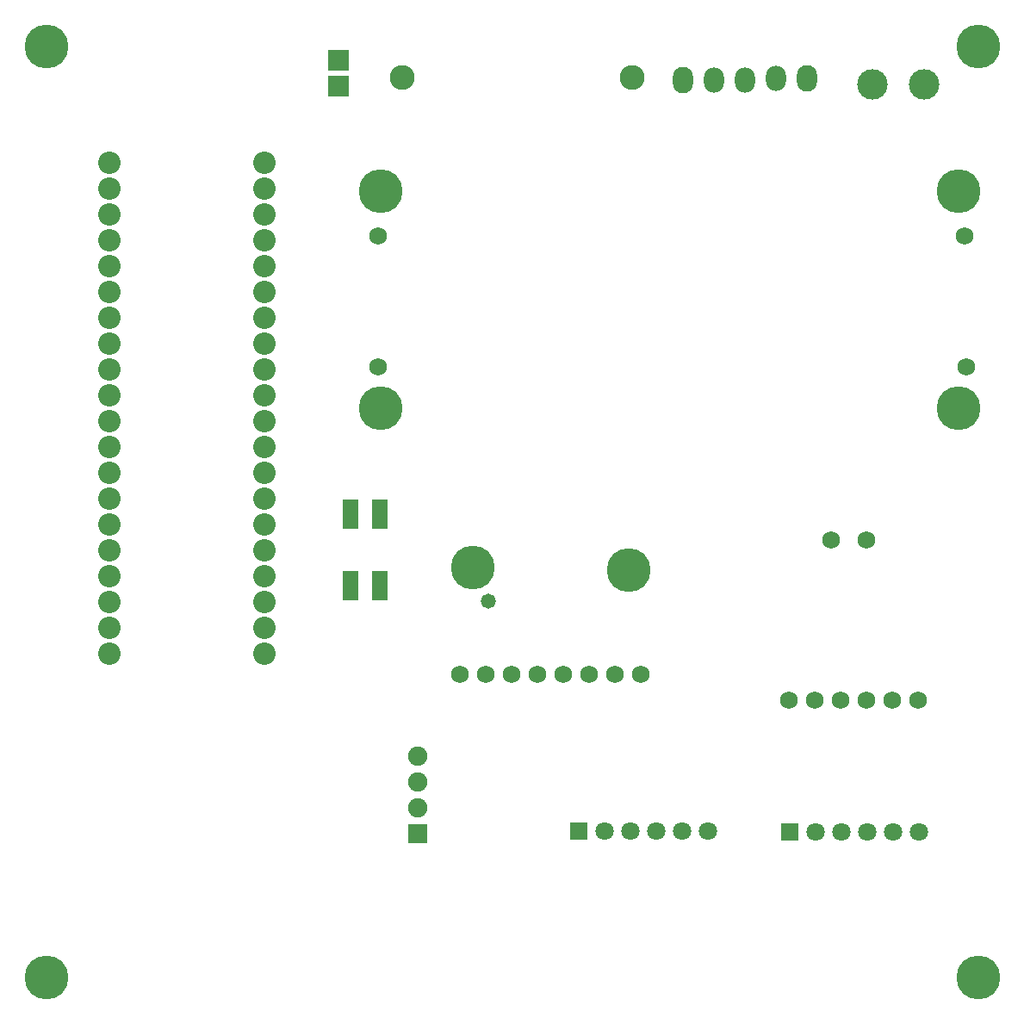
<source format=gts>
G04*
G04 #@! TF.GenerationSoftware,Altium Limited,Altium Designer,24.9.1 (31)*
G04*
G04 Layer_Color=8388736*
%FSTAX43Y43*%
%MOMM*%
G71*
G04*
G04 #@! TF.SameCoordinates,CBCBAFD4-78DD-4E97-AB5F-6E03977E6BC7*
G04*
G04*
G04 #@! TF.FilePolarity,Negative*
G04*
G01*
G75*
%ADD22R,1.503X2.903*%
%ADD23R,2.003X2.003*%
%ADD24C,1.903*%
%ADD25R,1.903X1.903*%
%ADD26C,1.727*%
%ADD27C,4.303*%
%ADD28O,1.981X2.616*%
%ADD29O,1.981X2.489*%
%ADD30C,2.997*%
%ADD31O,2.203X2.203*%
%ADD32C,1.803*%
%ADD33R,1.803X1.803*%
%ADD34C,2.453*%
%ADD35C,1.473*%
D22*
X0128334Y007542D02*
D03*
X0131234D02*
D03*
X0128357Y008244D02*
D03*
X0131257D02*
D03*
D23*
X012718Y012452D02*
D03*
Y012706D02*
D03*
D24*
X013498Y005869D02*
D03*
Y005615D02*
D03*
Y005361D02*
D03*
D25*
Y005107D02*
D03*
D26*
X018887Y009695D02*
D03*
X013109Y01098D02*
D03*
Y009695D02*
D03*
X018875Y01098D02*
D03*
X015694Y006668D02*
D03*
X01544D02*
D03*
X015186D02*
D03*
X014932D02*
D03*
X014678D02*
D03*
X014424D02*
D03*
X01417D02*
D03*
X013916D02*
D03*
X018416Y0064152D02*
D03*
X018162D02*
D03*
X017908D02*
D03*
X017654D02*
D03*
X0174D02*
D03*
X017146D02*
D03*
X017908Y00799D02*
D03*
X0175651D02*
D03*
D27*
X0188118Y0092835D02*
D03*
Y0114171D02*
D03*
X0131349Y0092835D02*
D03*
Y0114171D02*
D03*
X01557Y007694D02*
D03*
X014038Y007718D02*
D03*
X019006Y012842D02*
D03*
Y003688D02*
D03*
X009846D02*
D03*
X009852Y012844D02*
D03*
D28*
X0173276Y0125267D02*
D03*
X0161084Y012514D02*
D03*
D29*
X0170228Y0125267D02*
D03*
X016718Y012514D02*
D03*
X0164132D02*
D03*
D30*
X018476Y012472D02*
D03*
X017968D02*
D03*
D31*
X0119868Y0083977D02*
D03*
Y0086517D02*
D03*
Y0089057D02*
D03*
Y0091597D02*
D03*
Y0096677D02*
D03*
Y0099217D02*
D03*
Y0101757D02*
D03*
Y0094137D02*
D03*
Y0081437D02*
D03*
Y0071277D02*
D03*
Y0073817D02*
D03*
Y0076357D02*
D03*
Y0068712D02*
D03*
Y0078897D02*
D03*
X0104654Y0104286D02*
D03*
Y0106826D02*
D03*
Y0099206D02*
D03*
Y0109366D02*
D03*
Y0111906D02*
D03*
Y0114446D02*
D03*
Y0116986D02*
D03*
Y0101746D02*
D03*
Y0096666D02*
D03*
Y0086506D02*
D03*
Y0094126D02*
D03*
Y0091586D02*
D03*
Y0089046D02*
D03*
Y0083966D02*
D03*
Y0081426D02*
D03*
Y0071266D02*
D03*
Y0073806D02*
D03*
Y0076346D02*
D03*
Y0068726D02*
D03*
Y0078886D02*
D03*
X0119868Y0104297D02*
D03*
Y0114457D02*
D03*
Y0106837D02*
D03*
Y0116997D02*
D03*
Y0111917D02*
D03*
Y0109377D02*
D03*
D32*
X017666Y005118D02*
D03*
X017412D02*
D03*
X01792D02*
D03*
X018174D02*
D03*
X018428D02*
D03*
X016348Y005126D02*
D03*
X016094D02*
D03*
X01584D02*
D03*
X015332D02*
D03*
X015586D02*
D03*
D33*
X017158Y005118D02*
D03*
X015078Y005126D02*
D03*
D34*
X015602Y012534D02*
D03*
X013342D02*
D03*
D35*
X0141944Y0073904D02*
D03*
M02*

</source>
